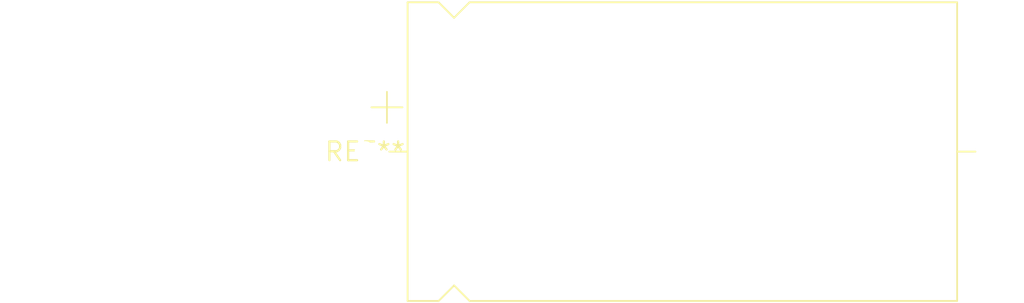
<source format=kicad_pcb>
(kicad_pcb (version 20240108) (generator pcbnew)
  (layers (0 "F.Cu" signal) (31 "B.Cu" signal) (34 "B.Paste" user) (35 "F.Paste" user) (36 "B.SilkS" user "B.Silkscreen") (37 "F.SilkS" user "F.Silkscreen") (38 "B.Mask" user) (39 "F.Mask" user) (44 "Edge.Cuts" user))
  (net 0 "")
  (footprint "CP_Axial_L37.0mm_D20.0mm_P43.00mm_Horizontal" (layer "F.Cu") (at 0 0)
    (property "Reference" "REF**")
    (property "Value" "CP_Axial_L37.0mm_D20.0mm_P43.00mm_Horizontal")
    (fp_line (start 0.43 -3) (end 2.53 -3) (layer "F.SilkS") (stroke (width 0.12)))
    (fp_line (start 1.48 -4.05) (end 1.48 -1.95) (layer "F.SilkS") (stroke (width 0.12)))
    (fp_line (start 1.64 0) (end 2.88 0) (layer "F.SilkS") (stroke (width 0.12)))
    (fp_line (start 2.88 -10.12) (end 2.88 10.12) (layer "F.SilkS") (stroke (width 0.12)))
    (fp_line (start 2.88 -10.12) (end 4.98 -10.12) (layer "F.SilkS") (stroke (width 0.12)))
    (fp_line (start 2.88 10.12) (end 4.98 10.12) (layer "F.SilkS") (stroke (width 0.12)))
    (fp_line (start 4.98 -10.12) (end 6.03 -9.07) (layer "F.SilkS") (stroke (width 0.12)))
    (fp_line (start 4.98 10.12) (end 6.03 9.07) (layer "F.SilkS") (stroke (width 0.12)))
    (fp_line (start 6.03 -9.07) (end 7.08 -10.12) (layer "F.SilkS") (stroke (width 0.12)))
    (fp_line (start 6.03 9.07) (end 7.08 10.12) (layer "F.SilkS") (stroke (width 0.12)))
    (fp_line (start 7.08 -10.12) (end 40.12 -10.12) (layer "F.SilkS") (stroke (width 0.12)))
    (fp_line (start 7.08 10.12) (end 40.12 10.12) (layer "F.SilkS") (stroke (width 0.12)))
    (fp_line (start 40.12 -10.12) (end 40.12 10.12) (layer "F.SilkS") (stroke (width 0.12)))
    (fp_line (start 41.36 0) (end 40.12 0) (layer "F.SilkS") (stroke (width 0.12)))
    (pad "1" thru_hole rect (at 0 0) (size 2.8 2.8) (drill 1.4) (layers *.Cu *.Mask) (remove_unused_layers))
    (pad "2" thru_hole oval (at 43 0) (size 2.8 2.8) (drill 1.4) (layers *.Cu *.Mask) (remove_unused_layers))
  )
)
</source>
